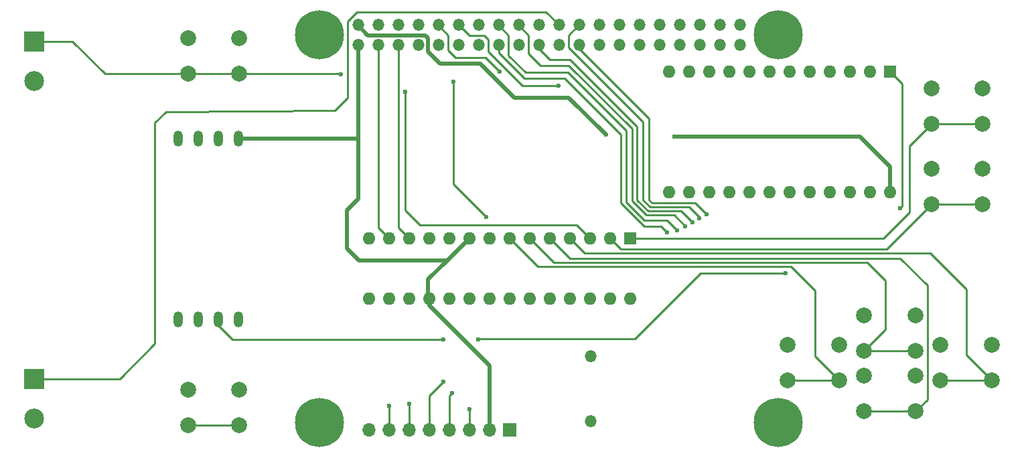
<source format=gbr>
G04 #@! TF.FileFunction,Copper,L1,Top,Signal*
%FSLAX46Y46*%
G04 Gerber Fmt 4.6, Leading zero omitted, Abs format (unit mm)*
G04 Created by KiCad (PCBNEW 4.0.6) date 07/08/17 15:03:49*
%MOMM*%
%LPD*%
G01*
G04 APERTURE LIST*
%ADD10C,0.100000*%
%ADD11R,1.600000X1.600000*%
%ADD12O,1.600000X1.600000*%
%ADD13O,1.200000X2.000000*%
%ADD14O,1.500000X1.500000*%
%ADD15C,6.200000*%
%ADD16R,1.700000X1.700000*%
%ADD17O,1.700000X1.700000*%
%ADD18R,2.500000X2.500000*%
%ADD19C,2.500000*%
%ADD20C,2.000000*%
%ADD21C,0.600000*%
%ADD22C,0.500000*%
%ADD23C,0.250000*%
G04 APERTURE END LIST*
D10*
D11*
X191643000Y-109601000D03*
D12*
X163703000Y-124841000D03*
X189103000Y-109601000D03*
X166243000Y-124841000D03*
X186563000Y-109601000D03*
X168783000Y-124841000D03*
X184023000Y-109601000D03*
X171323000Y-124841000D03*
X181483000Y-109601000D03*
X173863000Y-124841000D03*
X178943000Y-109601000D03*
X176403000Y-124841000D03*
X176403000Y-109601000D03*
X178943000Y-124841000D03*
X173863000Y-109601000D03*
X181483000Y-124841000D03*
X171323000Y-109601000D03*
X184023000Y-124841000D03*
X168783000Y-109601000D03*
X186563000Y-124841000D03*
X166243000Y-109601000D03*
X189103000Y-124841000D03*
X163703000Y-109601000D03*
X191643000Y-124841000D03*
D13*
X109220000Y-140970000D03*
X109220000Y-118110000D03*
X106680000Y-140970000D03*
X106680000Y-118110000D03*
X104140000Y-140970000D03*
X104140000Y-118110000D03*
X101600000Y-140970000D03*
X101600000Y-118110000D03*
D14*
X124371100Y-106273600D03*
X124371100Y-103733600D03*
X126911100Y-106273600D03*
X126911100Y-103733600D03*
X129451100Y-106273600D03*
X129451100Y-103733600D03*
X131991100Y-106273600D03*
X131991100Y-103733600D03*
X134531100Y-106273600D03*
X134531100Y-103733600D03*
X137071100Y-106273600D03*
X137071100Y-103733600D03*
X139611100Y-106273600D03*
X139611100Y-103733600D03*
X142151100Y-106273600D03*
X142151100Y-103733600D03*
X144691100Y-106273600D03*
X144691100Y-103733600D03*
X147231100Y-106273600D03*
X147231100Y-103733600D03*
X149771100Y-106273600D03*
X149771100Y-103733600D03*
X152311100Y-106273600D03*
X152311100Y-103733600D03*
X154851100Y-106273600D03*
X154851100Y-103733600D03*
X157391100Y-106273600D03*
X157391100Y-103733600D03*
X159931100Y-106273600D03*
X159931100Y-103733600D03*
X162471100Y-106273600D03*
X162471100Y-103733600D03*
X165011100Y-106273600D03*
X165011100Y-103733600D03*
X167551100Y-106273600D03*
X167551100Y-103733600D03*
X170091100Y-106273600D03*
X170091100Y-103733600D03*
X172631100Y-106273600D03*
X172631100Y-103733600D03*
D15*
X177501100Y-105003600D03*
X119501100Y-105003600D03*
X119501100Y-154003600D03*
X177501100Y-154003600D03*
D16*
X143510000Y-154940000D03*
D17*
X140970000Y-154940000D03*
X138430000Y-154940000D03*
X135890000Y-154940000D03*
X133350000Y-154940000D03*
X130810000Y-154940000D03*
X128270000Y-154940000D03*
X125730000Y-154940000D03*
D18*
X83439000Y-148463000D03*
D19*
X83439000Y-153463000D03*
D18*
X83439000Y-105791000D03*
D19*
X83439000Y-110791000D03*
D20*
X196850000Y-116260000D03*
X196850000Y-111760000D03*
X203350000Y-116260000D03*
X203350000Y-111760000D03*
X196850000Y-126420000D03*
X196850000Y-121920000D03*
X203350000Y-126420000D03*
X203350000Y-121920000D03*
X102870000Y-109910000D03*
X102870000Y-105410000D03*
X109370000Y-109910000D03*
X109370000Y-105410000D03*
X197993000Y-148645000D03*
X197993000Y-144145000D03*
X204493000Y-148645000D03*
X204493000Y-144145000D03*
X188341000Y-152582000D03*
X188341000Y-148082000D03*
X194841000Y-152582000D03*
X194841000Y-148082000D03*
X188341000Y-144962000D03*
X188341000Y-140462000D03*
X194841000Y-144962000D03*
X194841000Y-140462000D03*
X178689000Y-148645000D03*
X178689000Y-144145000D03*
X185189000Y-148645000D03*
X185189000Y-144145000D03*
X102870000Y-154360000D03*
X102870000Y-149860000D03*
X109370000Y-154360000D03*
X109370000Y-149860000D03*
D14*
X153797000Y-145633000D03*
X153797000Y-153833000D03*
D11*
X158750000Y-130683000D03*
D12*
X125730000Y-138303000D03*
X156210000Y-130683000D03*
X128270000Y-138303000D03*
X153670000Y-130683000D03*
X130810000Y-138303000D03*
X151130000Y-130683000D03*
X133350000Y-138303000D03*
X148590000Y-130683000D03*
X135890000Y-138303000D03*
X146050000Y-130683000D03*
X138430000Y-138303000D03*
X143510000Y-130683000D03*
X140970000Y-138303000D03*
X140970000Y-130683000D03*
X143510000Y-138303000D03*
X138430000Y-130683000D03*
X146050000Y-138303000D03*
X135890000Y-130683000D03*
X148590000Y-138303000D03*
X133350000Y-130683000D03*
X151130000Y-138303000D03*
X130810000Y-130683000D03*
X153670000Y-138303000D03*
X128270000Y-130683000D03*
X156210000Y-138303000D03*
X125730000Y-130683000D03*
X158750000Y-138303000D03*
D21*
X164338000Y-117856000D03*
X155702000Y-117602000D03*
X140589000Y-128016000D03*
X136398000Y-110871000D03*
X149733000Y-111379000D03*
X163449000Y-129921000D03*
X135128000Y-148844000D03*
X164719000Y-129667000D03*
X165735000Y-129159000D03*
X128270000Y-151892000D03*
X166624000Y-128651000D03*
X136271000Y-150241000D03*
X168402000Y-127635000D03*
X138430000Y-152273000D03*
X167513000Y-128143000D03*
X130810000Y-151638000D03*
X192913000Y-126873000D03*
X178435000Y-135128000D03*
X139573000Y-143510000D03*
X135128000Y-143510000D03*
X122174000Y-109982000D03*
X130302000Y-112141000D03*
X142240000Y-109601000D03*
D22*
X133350000Y-138303000D02*
X133350000Y-139192000D01*
X140970000Y-146812000D02*
X140970000Y-154940000D01*
X133350000Y-139192000D02*
X140970000Y-146812000D01*
X120777000Y-118110000D02*
X124371100Y-118110000D01*
X124371100Y-118110000D02*
X124333000Y-118110000D01*
X124333000Y-118110000D02*
X124371100Y-118110000D01*
X135636000Y-133477000D02*
X133223000Y-135890000D01*
X133223000Y-135890000D02*
X133223000Y-138430000D01*
X133223000Y-138430000D02*
X133350000Y-138303000D01*
X124371100Y-106273600D02*
X124371100Y-118110000D01*
X124371100Y-118110000D02*
X124371100Y-125691900D01*
X124371100Y-125691900D02*
X122936000Y-127127000D01*
X122936000Y-127127000D02*
X122936000Y-131953000D01*
X122936000Y-131953000D02*
X124460000Y-133477000D01*
X124460000Y-133477000D02*
X135636000Y-133477000D01*
X135636000Y-133477000D02*
X138430000Y-130683000D01*
X120904000Y-118110000D02*
X120777000Y-118110000D01*
X120777000Y-118110000D02*
X109220000Y-118110000D01*
X124371100Y-103733600D02*
X124371100Y-103797100D01*
X124371100Y-103797100D02*
X125603000Y-105029000D01*
X191643000Y-121666000D02*
X191643000Y-124841000D01*
X187833000Y-117856000D02*
X191643000Y-121666000D01*
X164338000Y-117856000D02*
X187833000Y-117856000D01*
X151003000Y-112903000D02*
X155702000Y-117602000D01*
X144145000Y-112903000D02*
X151003000Y-112903000D01*
X139827000Y-108585000D02*
X144145000Y-112903000D01*
X134747000Y-108585000D02*
X139827000Y-108585000D01*
X133223000Y-107061000D02*
X134747000Y-108585000D01*
X133223000Y-105410000D02*
X133223000Y-107061000D01*
X132842000Y-105029000D02*
X133223000Y-105410000D01*
X125603000Y-105029000D02*
X132842000Y-105029000D01*
D23*
X126911100Y-106273600D02*
X126911100Y-129324100D01*
X126911100Y-129324100D02*
X128270000Y-130683000D01*
X129451100Y-129324100D02*
X130810000Y-130683000D01*
X129451100Y-106273600D02*
X129451100Y-129324100D01*
X140589000Y-128016000D02*
X136398000Y-123825000D01*
X136398000Y-123825000D02*
X136398000Y-110871000D01*
X137071100Y-103733600D02*
X137134600Y-103733600D01*
X137134600Y-103733600D02*
X138430000Y-105029000D01*
X145161000Y-111379000D02*
X149733000Y-111379000D01*
X140843000Y-107061000D02*
X145161000Y-111379000D01*
X140843000Y-105537000D02*
X140843000Y-107061000D01*
X140335000Y-105029000D02*
X140843000Y-105537000D01*
X138430000Y-105029000D02*
X140335000Y-105029000D01*
X142151100Y-106273600D02*
X142151100Y-107226100D01*
X162687000Y-129159000D02*
X163449000Y-129921000D01*
X160528000Y-129159000D02*
X162687000Y-129159000D01*
X157607000Y-126238000D02*
X160528000Y-129159000D01*
X157607000Y-117602000D02*
X157607000Y-126238000D01*
X150495000Y-110490000D02*
X157607000Y-117602000D01*
X145415000Y-110490000D02*
X150495000Y-110490000D01*
X142151100Y-107226100D02*
X145415000Y-110490000D01*
X163449000Y-128397000D02*
X164719000Y-129667000D01*
X133350000Y-154940000D02*
X133350000Y-150622000D01*
X135128000Y-148844000D02*
X133350000Y-150622000D01*
X160528000Y-128397000D02*
X163449000Y-128397000D01*
X158242000Y-126111000D02*
X160528000Y-128397000D01*
X158242000Y-117094000D02*
X158242000Y-126111000D01*
X150876000Y-109728000D02*
X158242000Y-117094000D01*
X145542000Y-109728000D02*
X150876000Y-109728000D01*
X143383000Y-107569000D02*
X145542000Y-109728000D01*
X143383000Y-105029000D02*
X143383000Y-107569000D01*
X143383000Y-105029000D02*
X142151100Y-103797100D01*
X142151100Y-103733600D02*
X142151100Y-103797100D01*
X144691100Y-103733600D02*
X144691100Y-103797100D01*
X144691100Y-103797100D02*
X145923000Y-105029000D01*
X145923000Y-105029000D02*
X145923000Y-107315000D01*
X145923000Y-107315000D02*
X147447000Y-108839000D01*
X147447000Y-108839000D02*
X151003000Y-108839000D01*
X151003000Y-108839000D02*
X159004000Y-116840000D01*
X159004000Y-116840000D02*
X159004000Y-125984000D01*
X159004000Y-125984000D02*
X160782000Y-127762000D01*
X160782000Y-127762000D02*
X164338000Y-127762000D01*
X164338000Y-127762000D02*
X165735000Y-129159000D01*
X128270000Y-151892000D02*
X128270000Y-154940000D01*
X136271000Y-150241000D02*
X135890000Y-150622000D01*
X148590000Y-108077000D02*
X151130000Y-108077000D01*
X151130000Y-108077000D02*
X159639000Y-116586000D01*
X159639000Y-116586000D02*
X159639000Y-125857000D01*
X159639000Y-125857000D02*
X161036000Y-127254000D01*
X161036000Y-127254000D02*
X165227000Y-127254000D01*
X165227000Y-127254000D02*
X166624000Y-128651000D01*
X147231100Y-106718100D02*
X148590000Y-108077000D01*
X135890000Y-150622000D02*
X135890000Y-154940000D01*
X147231100Y-106273600D02*
X147231100Y-106718100D01*
X100076756Y-114680996D02*
X100076004Y-114680996D01*
X121412000Y-114554000D02*
X100076756Y-114680996D01*
X94234000Y-148463000D02*
X83439000Y-148463000D01*
X98679000Y-144018000D02*
X94234000Y-148463000D01*
X98679000Y-116078000D02*
X98679000Y-144018000D01*
X100076004Y-114680996D02*
X98679000Y-116078000D01*
X83439000Y-148463000D02*
X84582000Y-148463000D01*
X123063000Y-112903000D02*
X121412000Y-114554000D01*
X123063000Y-107823000D02*
X123063000Y-112903000D01*
X149771100Y-103733600D02*
X148145500Y-102108000D01*
X124206000Y-102108000D02*
X148145500Y-102108000D01*
X123063000Y-103251000D02*
X124206000Y-102108000D01*
X123063000Y-107823000D02*
X123063000Y-103251000D01*
X152311100Y-106273600D02*
X151866600Y-106273600D01*
X151866600Y-106273600D02*
X161163000Y-115570000D01*
X161163000Y-115570000D02*
X161163000Y-125857000D01*
X161163000Y-125857000D02*
X161544000Y-126238000D01*
X161544000Y-126238000D02*
X167005000Y-126238000D01*
X167005000Y-126238000D02*
X168402000Y-127635000D01*
X168402000Y-127635000D02*
X168402000Y-127635000D01*
X138430000Y-152273000D02*
X138430000Y-154940000D01*
X152311100Y-103733600D02*
X152298400Y-103733600D01*
X152298400Y-103733600D02*
X151003000Y-105029000D01*
X151003000Y-105029000D02*
X151003000Y-106553000D01*
X151003000Y-106553000D02*
X160401000Y-115951000D01*
X160401000Y-115951000D02*
X160401000Y-125857000D01*
X160401000Y-125857000D02*
X161290000Y-126746000D01*
X161290000Y-126746000D02*
X166243000Y-126746000D01*
X166243000Y-126746000D02*
X167513000Y-128016000D01*
X167513000Y-128016000D02*
X167513000Y-128143000D01*
X130810000Y-151638000D02*
X130810000Y-154940000D01*
X106680000Y-140970000D02*
X106680000Y-141732000D01*
X106680000Y-141732000D02*
X108458000Y-143510000D01*
X193167000Y-111125000D02*
X191643000Y-109601000D01*
X193167000Y-126619000D02*
X193167000Y-111125000D01*
X192913000Y-126873000D02*
X193167000Y-126619000D01*
X167640000Y-135128000D02*
X178435000Y-135128000D01*
X159385000Y-143383000D02*
X167640000Y-135128000D01*
X139700000Y-143383000D02*
X159385000Y-143383000D01*
X139573000Y-143510000D02*
X139700000Y-143383000D01*
X108458000Y-143510000D02*
X135128000Y-143510000D01*
X106680000Y-140970000D02*
X107061000Y-140970000D01*
D22*
X163449000Y-125222000D02*
X163449000Y-125222000D01*
D23*
X153670000Y-130683000D02*
X152019000Y-129032000D01*
X122102000Y-109910000D02*
X109370000Y-109910000D01*
X122174000Y-109982000D02*
X122102000Y-109910000D01*
X130302000Y-127127000D02*
X130302000Y-112141000D01*
X132207000Y-129032000D02*
X130302000Y-127127000D01*
X152019000Y-129032000D02*
X132207000Y-129032000D01*
X102870000Y-109910000D02*
X92384000Y-109910000D01*
X88265000Y-105791000D02*
X83439000Y-105791000D01*
X92384000Y-109910000D02*
X88265000Y-105791000D01*
X102870000Y-109910000D02*
X101926000Y-109910000D01*
X109370000Y-109910000D02*
X102870000Y-109910000D01*
X196850000Y-116260000D02*
X203350000Y-116260000D01*
X158750000Y-130683000D02*
X190754000Y-130683000D01*
X194056000Y-119054000D02*
X196850000Y-116260000D01*
X194056000Y-127381000D02*
X194056000Y-119054000D01*
X190754000Y-130683000D02*
X194056000Y-127381000D01*
X196850000Y-126420000D02*
X203350000Y-126420000D01*
X156210000Y-130683000D02*
X157607000Y-132080000D01*
X191190000Y-132080000D02*
X196850000Y-126420000D01*
X157607000Y-132080000D02*
X191190000Y-132080000D01*
X204493000Y-148645000D02*
X197993000Y-148645000D01*
X151130000Y-130683000D02*
X153035000Y-132588000D01*
X201295000Y-145447000D02*
X204493000Y-148645000D01*
X201295000Y-137160000D02*
X201295000Y-145447000D01*
X196723000Y-132588000D02*
X201295000Y-137160000D01*
X153035000Y-132588000D02*
X196723000Y-132588000D01*
X189103000Y-133223000D02*
X192913000Y-133223000D01*
X151130000Y-133223000D02*
X189103000Y-133223000D01*
X148590000Y-130683000D02*
X151130000Y-133223000D01*
X196342000Y-151081000D02*
X194841000Y-152582000D01*
X196342000Y-136652000D02*
X196342000Y-151081000D01*
X192913000Y-133223000D02*
X196342000Y-136652000D01*
X188341000Y-152582000D02*
X194841000Y-152582000D01*
X188341000Y-144962000D02*
X194841000Y-144962000D01*
X146050000Y-130683000D02*
X149098000Y-133731000D01*
X188286000Y-144962000D02*
X188341000Y-144962000D01*
X191008000Y-142240000D02*
X188286000Y-144962000D01*
X191008000Y-136017000D02*
X191008000Y-142240000D01*
X188722000Y-133731000D02*
X191008000Y-136017000D01*
X149098000Y-133731000D02*
X188722000Y-133731000D01*
X185189000Y-148645000D02*
X178689000Y-148645000D01*
X143510000Y-130683000D02*
X147066000Y-134239000D01*
X182118000Y-145574000D02*
X185189000Y-148645000D01*
X182118000Y-137287000D02*
X182118000Y-145574000D01*
X179070000Y-134239000D02*
X182118000Y-137287000D01*
X147066000Y-134239000D02*
X179070000Y-134239000D01*
X109370000Y-154360000D02*
X102870000Y-154360000D01*
X134531100Y-103733600D02*
X134531100Y-103797100D01*
X134531100Y-103797100D02*
X135763000Y-105029000D01*
X140462000Y-107823000D02*
X142240000Y-109601000D01*
X136652000Y-107823000D02*
X140462000Y-107823000D01*
X135763000Y-106934000D02*
X136652000Y-107823000D01*
X135763000Y-105029000D02*
X135763000Y-106934000D01*
M02*

</source>
